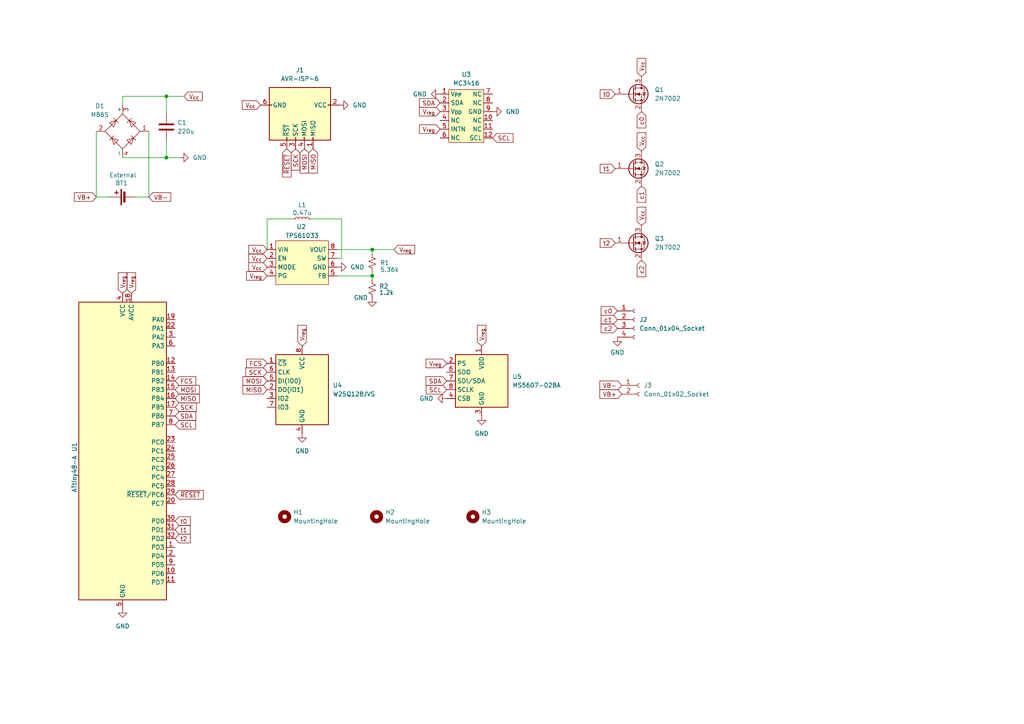
<source format=kicad_sch>
(kicad_sch (version 20231120) (generator "eeschema") (generator_version "8.0")
  (paper "A4")
  (title_block (title "Timer") (date "2024-04-16") (rev "0.0.2") (company "Mines Rocket Club") (comment 1 "William Layne"))
  (lib_symbols
    (symbol "Connector:AVR-ISP-6" (pin_names (offset 1.016))
      (property "Reference" "J" (at -6.35 11.43 0))
      (property "Value" "AVR-ISP-6" (at 0 11.43 0))
      (symbol "AVR-ISP-6_0_1"
        (rectangle (start -2.667 -6.858) (end -2.413 -7.62))
        (rectangle (start -2.667 10.16) (end -2.413 9.398))
        (rectangle (start 7.62 -2.413) (end 6.858 -2.667))
        (rectangle (start 7.62 0.127) (end 6.858 -0.127))
        (rectangle (start 7.62 2.667) (end 6.858 2.413))
        (rectangle (start 7.62 5.207) (end 6.858 4.953))
        (rectangle (start 7.62 10.16) (end -7.62 -7.62) (stroke (width 0.254)) (fill (type background)))
      )
      (symbol "AVR-ISP-6_1_1"
        (pin passive line (at 10.16 5.08 180) (length 2.54) (name "MISO") (number "1"))
        (pin passive line (at -2.54 12.7 270) (length 2.54) (name "VCC") (number "2"))
        (pin passive line (at 10.16 0 180) (length 2.54) (name "SCK") (number "3"))
        (pin passive line (at 10.16 2.54 180) (length 2.54) (name "MOSI") (number "4"))
        (pin passive line (at 10.16 -2.54 180) (length 2.54) (name "~{RST}") (number "5"))
        (pin passive line (at -2.54 -10.16 90) (length 2.54) (name "GND") (number "6"))
      )
    )
    (symbol "Connector:Conn_01x02_Socket" (pin_names (offset 1.016) hide)
      (property "Reference" "J" (at 0 2.54 0))
      (property "Value" "Conn_01x02_Socket" (at 0 -5.08 0))
      (symbol "Conn_01x02_Socket_1_1"
        (arc (start 0 -2.032) (mid -0.5058 -2.54) (end 0 -3.048) (stroke (width 0.1524)))
        (polyline (pts (xy -1.27 -2.54) (xy -0.508 -2.54)) (stroke (width 0.1524)))
        (polyline (pts (xy -1.27 0) (xy -0.508 0)) (stroke (width 0.1524)))
        (arc (start 0 0.508) (mid -0.5058 0) (end 0 -0.508) (stroke (width 0.1524)))
        (pin passive line (at -5.08 0 0) (length 3.81) (name "Pin_1") (number "1"))
        (pin passive line (at -5.08 -2.54 0) (length 3.81) (name "Pin_2") (number "2"))
      )
    )
    (symbol "Connector:Conn_01x04_Socket" (pin_names (offset 1.016) hide)
      (property "Reference" "J" (at 0 5.08 0))
      (property "Value" "Conn_01x04_Socket" (at 0 -7.62 0))
      (symbol "Conn_01x04_Socket_1_1"
        (arc (start 0 -4.572) (mid -0.5058 -5.08) (end 0 -5.588) (stroke (width 0.1524)))
        (arc (start 0 -2.032) (mid -0.5058 -2.54) (end 0 -3.048) (stroke (width 0.1524)))
        (polyline (pts (xy -1.27 -5.08) (xy -0.508 -5.08)) (stroke (width 0.1524)))
        (polyline (pts (xy -1.27 -2.54) (xy -0.508 -2.54)) (stroke (width 0.1524)))
        (polyline (pts (xy -1.27 0) (xy -0.508 0)) (stroke (width 0.1524)))
        (polyline (pts (xy -1.27 2.54) (xy -0.508 2.54)) (stroke (width 0.1524)))
        (arc (start 0 0.508) (mid -0.5058 0) (end 0 -0.508) (stroke (width 0.1524)))
        (arc (start 0 3.048) (mid -0.5058 2.54) (end 0 2.032) (stroke (width 0.1524)))
        (pin passive line (at -5.08 2.54 0) (length 3.81) (name "Pin_1") (number "1"))
        (pin passive line (at -5.08 0 0) (length 3.81) (name "Pin_2") (number "2"))
        (pin passive line (at -5.08 -2.54 0) (length 3.81) (name "Pin_3") (number "3"))
        (pin passive line (at -5.08 -5.08 0) (length 3.81) (name "Pin_4") (number "4"))
      )
    )
    (symbol "Device:Battery_Cell" (pin_numbers hide) (pin_names (offset 0) hide)
      (property "Reference" "BT" (at 2.54 2.54 0))
      (property "Value" "Battery_Cell" (at 2.54 0 0))
      (symbol "Battery_Cell_0_1"
        (rectangle (start -2.286 1.778) (end 2.286 1.524) (fill (type outline)))
        (rectangle (start -1.524 1.016) (end 1.524 0.508) (fill (type outline)))
        (polyline (pts (xy 0 0.762) (xy 0 0)))
        (polyline (pts (xy 0 1.778) (xy 0 2.54)))
        (polyline (pts (xy 0.762 3.048) (xy 1.778 3.048)) (stroke (width 0.254)))
        (polyline (pts (xy 1.27 3.556) (xy 1.27 2.54)) (stroke (width 0.254)))
      )
      (symbol "Battery_Cell_1_1"
        (pin passive line (at 0 5.08 270) (length 2.54) (name "+") (number "1"))
        (pin passive line (at 0 -2.54 90) (length 2.54) (name "-") (number "2"))
      )
    )
    (symbol "Device:C" (pin_numbers hide) (pin_names (offset 0.254))
      (property "Reference" "C" (at 0.635 2.54 0))
      (property "Value" "C" (at 0.635 -2.54 0))
      (symbol "C_0_1"
        (polyline (pts (xy -2.032 -0.762) (xy 2.032 -0.762)) (stroke (width 0.508)))
        (polyline (pts (xy -2.032 0.762) (xy 2.032 0.762)) (stroke (width 0.508)))
      )
      (symbol "C_1_1"
        (pin passive line (at 0 3.81 270) (length 2.794) (name "~") (number "1"))
        (pin passive line (at 0 -3.81 90) (length 2.794) (name "~") (number "2"))
      )
    )
    (symbol "Device:L_Small" (pin_numbers hide) (pin_names (offset 0.254) hide)
      (property "Reference" "L" (at 0.762 1.016 0))
      (property "Value" "L_Small" (at 0.762 -1.016 0))
      (symbol "L_Small_0_1"
        (arc (start 0 -2.032) (mid 0.5058 -1.524) (end 0 -1.016))
        (arc (start 0 -1.016) (mid 0.5058 -0.508) (end 0 0))
        (arc (start 0 0) (mid 0.5058 0.508) (end 0 1.016))
        (arc (start 0 1.016) (mid 0.5058 1.524) (end 0 2.032))
      )
      (symbol "L_Small_1_1"
        (pin passive line (at 0 2.54 270) (length 0.508) (name "~") (number "1"))
        (pin passive line (at 0 -2.54 90) (length 0.508) (name "~") (number "2"))
      )
    )
    (symbol "Device:R_Small_US" (pin_numbers hide) (pin_names (offset 0.254) hide)
      (property "Reference" "R" (at 0.762 0.508 0))
      (property "Value" "R_Small_US" (at 0.762 -1.016 0))
      (symbol "R_Small_US_1_1"
        (polyline (pts (xy 0 0) (xy 1.016 -0.381) (xy 0 -0.762) (xy -1.016 -1.143) (xy 0 -1.524)))
        (polyline (pts (xy 0 1.524) (xy 1.016 1.143) (xy 0 0.762) (xy -1.016 0.381) (xy 0 0)))
        (pin passive line (at 0 2.54 270) (length 1.016) (name "~") (number "1"))
        (pin passive line (at 0 -2.54 90) (length 1.016) (name "~") (number "2"))
      )
    )
    (symbol "Diode_Bridge:MB6S" (pin_names (offset 0))
      (property "Reference" "D" (at 2.54 6.985 0))
      (property "Value" "MB6S" (at 2.54 5.08 0))
      (symbol "MB6S_0_1"
        (polyline (pts (xy -2.54 3.81) (xy -1.27 2.54)))
        (polyline (pts (xy -1.27 -2.54) (xy -2.54 -3.81)))
        (polyline (pts (xy 2.54 -1.27) (xy 3.81 -2.54)))
        (polyline (pts (xy 2.54 1.27) (xy 3.81 2.54)))
        (polyline (pts (xy -3.81 2.54) (xy -2.54 1.27) (xy -1.905 3.175) (xy -3.81 2.54)))
        (polyline (pts (xy -2.54 -1.27) (xy -3.81 -2.54) (xy -1.905 -3.175) (xy -2.54 -1.27)))
        (polyline (pts (xy 1.27 2.54) (xy 2.54 3.81) (xy 3.175 1.905) (xy 1.27 2.54)))
        (polyline (pts (xy 3.175 -1.905) (xy 1.27 -2.54) (xy 2.54 -3.81) (xy 3.175 -1.905)))
        (polyline (pts (xy -5.08 0) (xy 0 -5.08) (xy 5.08 0) (xy 0 5.08) (xy -5.08 0)))
      )
      (symbol "MB6S_1_1"
        (pin passive line (at 0 -7.62 90) (length 2.54) (name "~") (number "1"))
        (pin passive line (at 0 7.62 270) (length 2.54) (name "~") (number "2"))
        (pin passive line (at 7.62 0 180) (length 2.54) (name "+") (number "3"))
        (pin passive line (at -7.62 0 0) (length 2.54) (name "-") (number "4"))
      )
    )
    (symbol "GND_1" (power) (pin_numbers hide) (pin_names (offset 0) hide)
      (property "Value" "GND" (at 0 -3.81 0))
      (symbol "GND_1_0_1"
        (polyline (pts (xy 0 0) (xy 0 -1.27) (xy 1.27 -1.27) (xy 0 -2.54) (xy -1.27 -1.27) (xy 0 -1.27)))
      )
      (symbol "GND_1_1_1"
        (pin power_in line (at 0 0 270) (length 0) (name "~") (number "1"))
      )
    )
    (symbol "MCU_Microchip_ATtiny:ATtiny48-A"
      (property "Reference" "U" (at -12.7 44.45 0))
      (property "Value" "ATtiny48-A" (at 2.54 -44.45 0))
      (symbol "ATtiny48-A_0_1"
        (rectangle (start -12.7 -43.18) (end 12.7 43.18) (stroke (width 0.254)) (fill (type background)))
      )
      (symbol "ATtiny48-A_1_1"
        (pin bidirectional line (at 15.24 -27.94 180) (length 2.54) (name "PD3") (number "1"))
        (pin bidirectional line (at 15.24 -35.56 180) (length 2.54) (name "PD6") (number "10"))
        (pin bidirectional line (at 15.24 -38.1 180) (length 2.54) (name "PD7") (number "11"))
        (pin bidirectional line (at 15.24 25.4 180) (length 2.54) (name "PB0") (number "12"))
        (pin bidirectional line (at 15.24 22.86 180) (length 2.54) (name "PB1") (number "13"))
        (pin bidirectional line (at 15.24 20.32 180) (length 2.54) (name "PB2") (number "14"))
        (pin bidirectional line (at 15.24 17.78 180) (length 2.54) (name "PB3") (number "15"))
        (pin bidirectional line (at 15.24 15.24 180) (length 2.54) (name "PB4") (number "16"))
        (pin bidirectional line (at 15.24 12.7 180) (length 2.54) (name "PB5") (number "17"))
        (pin power_in line (at 2.54 45.72 270) (length 2.54) (name "AVCC") (number "18"))
        (pin bidirectional line (at 15.24 38.1 180) (length 2.54) (name "PA0") (number "19"))
        (pin bidirectional line (at 15.24 -30.48 180) (length 2.54) (name "PD4") (number "2"))
        (pin bidirectional line (at 15.24 -15.24 180) (length 2.54) (name "PC7") (number "20"))
        (pin passive line (at 0 -45.72 90) (length 2.54) hide (name "GND") (number "21"))
        (pin bidirectional line (at 15.24 35.56 180) (length 2.54) (name "PA1") (number "22"))
        (pin bidirectional line (at 15.24 2.54 180) (length 2.54) (name "PC0") (number "23"))
        (pin bidirectional line (at 15.24 0 180) (length 2.54) (name "PC1") (number "24"))
        (pin bidirectional line (at 15.24 -2.54 180) (length 2.54) (name "PC2") (number "25"))
        (pin bidirectional line (at 15.24 -5.08 180) (length 2.54) (name "PC3") (number "26"))
        (pin bidirectional line (at 15.24 -7.62 180) (length 2.54) (name "PC4") (number "27"))
        (pin bidirectional line (at 15.24 -10.16 180) (length 2.54) (name "PC5") (number "28"))
        (pin bidirectional line (at 15.24 -12.7 180) (length 2.54) (name "~{RESET}/PC6") (number "29"))
        (pin bidirectional line (at 15.24 33.02 180) (length 2.54) (name "PA2") (number "3"))
        (pin bidirectional line (at 15.24 -20.32 180) (length 2.54) (name "PD0") (number "30"))
        (pin bidirectional line (at 15.24 -22.86 180) (length 2.54) (name "PD1") (number "31"))
        (pin bidirectional line (at 15.24 -25.4 180) (length 2.54) (name "PD2") (number "32"))
        (pin power_in line (at 0 45.72 270) (length 2.54) (name "VCC") (number "4"))
        (pin power_in line (at 0 -45.72 90) (length 2.54) (name "GND") (number "5"))
        (pin bidirectional line (at 15.24 30.48 180) (length 2.54) (name "PA3") (number "6"))
        (pin bidirectional line (at 15.24 10.16 180) (length 2.54) (name "PB6") (number "7"))
        (pin bidirectional line (at 15.24 7.62 180) (length 2.54) (name "PB7") (number "8"))
        (pin bidirectional line (at 15.24 -33.02 180) (length 2.54) (name "PD5") (number "9"))
      )
    )
    (symbol "Mechanical:MountingHole" (pin_names (offset 1.016)) (exclude_from_sim yes) (in_bom no)
      (property "Reference" "H" (at 0 5.08 0))
      (property "Value" "MountingHole" (at 0 3.175 0))
      (symbol "MountingHole_0_1"
        (circle (center 0 0) (radius 1.27) (stroke (width 1.27)))
      )
    )
    (symbol "Memory_Flash:W25Q128JVS"
      (property "Reference" "U" (at -8.89 8.89 0))
      (property "Value" "W25Q128JVS" (at 7.62 8.89 0))
      (symbol "W25Q128JVS_0_1"
        (rectangle (start -7.62 10.16) (end 7.62 -10.16) (stroke (width 0.254)) (fill (type background)))
      )
      (symbol "W25Q128JVS_1_1"
        (pin input line (at -10.16 7.62 0) (length 2.54) (name "~{CS}") (number "1"))
        (pin bidirectional line (at -10.16 0 0) (length 2.54) (name "DO(IO1)") (number "2"))
        (pin bidirectional line (at -10.16 -2.54 0) (length 2.54) (name "IO2") (number "3"))
        (pin power_in line (at 0 -12.7 90) (length 2.54) (name "GND") (number "4"))
        (pin bidirectional line (at -10.16 2.54 0) (length 2.54) (name "DI(IO0)") (number "5"))
        (pin input line (at -10.16 5.08 0) (length 2.54) (name "CLK") (number "6"))
        (pin bidirectional line (at -10.16 -5.08 0) (length 2.54) (name "IO3") (number "7"))
        (pin power_in line (at 0 12.7 270) (length 2.54) (name "VCC") (number "8"))
      )
    )
    (symbol "Sensor_Pressure:MS5607-02BA"
      (property "Reference" "U" (at -6.35 8.89 0))
      (property "Value" "MS5607-02BA" (at 7.62 8.89 0))
      (symbol "MS5607-02BA_0_1"
        (rectangle (start -7.62 7.62) (end 7.62 -7.62) (stroke (width 0.254)) (fill (type background)))
      )
      (symbol "MS5607-02BA_1_1"
        (pin power_in line (at 0 10.16 270) (length 2.54) (name "VDD") (number "1"))
        (pin input line (at -10.16 5.08 0) (length 2.54) (name "PS") (number "2"))
        (pin power_in line (at 0 -10.16 90) (length 2.54) (name "GND") (number "3"))
        (pin input line (at -10.16 -5.08 0) (length 2.54) (name "CSB") (number "4"))
        (pin input line (at -10.16 -5.08 0) (length 2.54) hide (name "CSB") (number "5"))
        (pin output line (at -10.16 2.54 0) (length 2.54) (name "SDO") (number "6"))
        (pin bidirectional line (at -10.16 0 0) (length 2.54) (name "SDI/SDA") (number "7"))
        (pin input line (at -10.16 -2.54 0) (length 2.54) (name "SCLK") (number "8"))
      )
    )
    (symbol "Transistor_FET:2N7002" (pin_names hide)
      (property "Reference" "Q" (at 5.08 1.905 0))
      (property "Value" "2N7002" (at 5.08 0 0))
      (symbol "2N7002_0_1"
        (polyline (pts (xy 0.254 0) (xy -2.54 0)))
        (polyline (pts (xy 0.254 1.905) (xy 0.254 -1.905)) (stroke (width 0.254)))
        (polyline (pts (xy 0.762 -1.27) (xy 0.762 -2.286)) (stroke (width 0.254)))
        (polyline (pts (xy 0.762 0.508) (xy 0.762 -0.508)) (stroke (width 0.254)))
        (polyline (pts (xy 0.762 2.286) (xy 0.762 1.27)) (stroke (width 0.254)))
        (polyline (pts (xy 2.54 2.54) (xy 2.54 1.778)))
        (polyline (pts (xy 2.54 -2.54) (xy 2.54 0) (xy 0.762 0)))
        (polyline (pts (xy 0.762 -1.778) (xy 3.302 -1.778) (xy 3.302 1.778) (xy 0.762 1.778)))
        (polyline (pts (xy 1.016 0) (xy 2.032 0.381) (xy 2.032 -0.381) (xy 1.016 0)) (fill (type outline)))
        (polyline (pts (xy 2.794 0.508) (xy 2.921 0.381) (xy 3.683 0.381) (xy 3.81 0.254)))
        (polyline (pts (xy 3.302 0.381) (xy 2.921 -0.254) (xy 3.683 -0.254) (xy 3.302 0.381)))
        (circle (center 1.651 0) (radius 2.794) (stroke (width 0.254)))
        (circle (center 2.54 -1.778) (radius 0.254) (fill (type outline)))
        (circle (center 2.54 1.778) (radius 0.254) (fill (type outline)))
      )
      (symbol "2N7002_1_1"
        (pin input line (at -5.08 0 0) (length 2.54) (name "G") (number "1"))
        (pin passive line (at 2.54 -5.08 90) (length 2.54) (name "S") (number "2"))
        (pin passive line (at 2.54 5.08 270) (length 2.54) (name "D") (number "3"))
      )
    )
    (symbol "globals:MC3416"
      (property "Reference" "U" (at 0 12.7 0))
      (property "Value" "MC3416" (at 0 10.16 0))
      (symbol "MC3416_1_1"
        (rectangle (start -5.08 8.89) (end 5.08 -6.35) (fill (type background)))
        (pin input line (at -7.62 7.62 0) (length 2.54) (name "V_{PP}") (number "1"))
        (pin input line (at 7.62 0 180) (length 2.54) (name "NC") (number "10"))
        (pin input line (at 7.62 -2.54 180) (length 2.54) (name "NC") (number "11"))
        (pin input line (at 7.62 -5.08 180) (length 2.54) (name "SCL") (number "12"))
        (pin input line (at -7.62 5.08 0) (length 2.54) (name "SDA") (number "2"))
        (pin input line (at -7.62 2.54 0) (length 2.54) (name "V_{DD}") (number "3"))
        (pin input line (at -7.62 0 0) (length 2.54) (name "NC") (number "4"))
        (pin input line (at -7.62 -2.54 0) (length 2.54) (name "INTN") (number "5"))
        (pin input line (at -7.62 -5.08 0) (length 2.54) (name "NC") (number "6"))
        (pin input line (at 7.62 7.62 180) (length 2.54) (name "NC") (number "7"))
        (pin input line (at 7.62 5.08 180) (length 2.54) (name "NC") (number "8"))
        (pin input line (at 7.62 2.54 180) (length 2.54) (name "GND") (number "9"))
      )
    )
    (symbol "globals:TPS61033"
      (property "Reference" "U2" (at -0.254 11.684 0))
      (property "Value" "TPS61033" (at 0 9.144 0))
      (symbol "TPS61033_1_1"
        (rectangle (start -7.62 7.62) (end 7.62 -5.08) (fill (type background)))
        (pin input line (at -10.16 5.08 0) (length 2.54) (name "VIN") (number "1"))
        (pin input line (at -10.16 2.54 0) (length 2.54) (name "EN") (number "2"))
        (pin input line (at -10.16 0 0) (length 2.54) (name "MODE") (number "3"))
        (pin input line (at -10.16 -2.54 0) (length 2.54) (name "PG") (number "4"))
        (pin input line (at 10.16 -2.54 180) (length 2.54) (name "FB") (number "5"))
        (pin input line (at 10.16 0 180) (length 2.54) (name "GND") (number "6"))
        (pin input line (at 10.16 2.54 180) (length 2.54) (name "SW") (number "7"))
        (pin input line (at 10.16 5.08 180) (length 2.54) (name "VOUT") (number "8"))
      )
    )
    (symbol "power:GND" (power) (pin_names (offset 0))
      (property "Value" "GND" (at 0 -3.81 0))
      (symbol "GND_0_1"
        (polyline (pts (xy 0 0) (xy 0 -1.27) (xy 1.27 -1.27) (xy 0 -2.54) (xy -1.27 -1.27) (xy 0 -1.27)))
      )
      (symbol "GND_1_1"
        (pin power_in line (at 0 0 270) (length 0) hide (name "GND") (number "1"))
      )
    )
  )
  (junction (at 107.95 72.39))
  (junction (at 48.26 45.72))
  (junction (at 48.26 27.94))
  (junction (at 107.95 80.01))
  (wire (pts (xy 97.79 72.39) (xy 107.95 72.39)))
  (wire (pts (xy 48.26 40.64) (xy 48.26 45.72)))
  (wire (pts (xy 85.09 63.5) (xy 77.47 63.5)))
  (wire (pts (xy 99.06 74.93) (xy 99.06 63.5)))
  (wire (pts (xy 27.94 57.15) (xy 27.94 38.1)))
  (wire (pts (xy 97.79 80.01) (xy 107.95 80.01)))
  (wire (pts (xy 107.95 72.39) (xy 114.3 72.39)))
  (wire (pts (xy 35.56 45.72) (xy 48.26 45.72)))
  (wire (pts (xy 35.56 30.48) (xy 35.56 27.94)))
  (wire (pts (xy 48.26 27.94) (xy 53.34 27.94)))
  (wire (pts (xy 97.79 74.93) (xy 99.06 74.93)))
  (wire (pts (xy 39.37 57.15) (xy 43.18 57.15)))
  (wire (pts (xy 43.18 38.1) (xy 43.18 57.15)))
  (wire (pts (xy 107.95 81.28) (xy 107.95 80.01)))
  (wire (pts (xy 107.95 73.66) (xy 107.95 72.39)))
  (wire (pts (xy 48.26 45.72) (xy 52.07 45.72)))
  (wire (pts (xy 90.17 63.5) (xy 99.06 63.5)))
  (wire (pts (xy 31.75 57.15) (xy 27.94 57.15)))
  (wire (pts (xy 107.95 80.01) (xy 107.95 78.74)))
  (wire (pts (xy 35.56 27.94) (xy 48.26 27.94)))
  (wire (pts (xy 77.47 63.5) (xy 77.47 72.39)))
  (wire (pts (xy 48.26 27.94) (xy 48.26 33.02)))
  (global_label "V_{reg}" (shape input) (at 129.54 105.41 180) (property "Intersheetrefs" "${INTERSHEET_REFS}" (effects (hide yes))))
  (global_label "FCS" (shape input) (at 50.8 110.49 0) (property "Intersheetrefs" "${INTERSHEET_REFS}" (effects (hide yes))))
  (global_label "FCS" (shape input) (at 77.47 105.41 180) (property "Intersheetrefs" "${INTERSHEET_REFS}" (effects (hide yes))))
  (global_label "V_{cc}" (shape input) (at 186.055 22.225 90) (property "Intersheetrefs" "${INTERSHEET_REFS}" (effects (hide yes))))
  (global_label "t2" (shape input) (at 178.435 70.485 180) (property "Intersheetrefs" "${INTERSHEET_REFS}" (effects (hide yes))))
  (global_label "V_{reg}" (shape input) (at 114.3 72.39 0) (property "Intersheetrefs" "${INTERSHEET_REFS}" (effects (hide yes))))
  (global_label "V_{reg}" (shape input) (at 77.47 80.01 180) (property "Intersheetrefs" "${INTERSHEET_REFS}" (effects (hide yes))))
  (global_label "V_{cc}" (shape input) (at 186.055 43.815 90) (property "Intersheetrefs" "${INTERSHEET_REFS}" (effects (hide yes))))
  (global_label "V_{reg}" (shape input) (at 35.56 85.09 90) (property "Intersheetrefs" "${INTERSHEET_REFS}" (effects (hide yes))))
  (global_label "V_{cc}" (shape input) (at 77.47 77.47 180) (property "Intersheetrefs" "${INTERSHEET_REFS}" (effects (hide yes))))
  (global_label "MOSI" (shape input) (at 77.47 110.49 180) (property "Intersheetrefs" "${INTERSHEET_REFS}" (effects (hide yes))))
  (global_label "c1" (shape input) (at 179.07 92.71 180) (property "Intersheetrefs" "${INTERSHEET_REFS}" (effects (hide yes))))
  (global_label "SCL" (shape input) (at 129.54 113.03 180) (property "Intersheetrefs" "${INTERSHEET_REFS}" (effects (hide yes))))
  (global_label "t1" (shape input) (at 178.435 48.895 180) (property "Intersheetrefs" "${INTERSHEET_REFS}" (effects (hide yes))))
  (global_label "SCK" (shape input) (at 77.47 107.95 180) (property "Intersheetrefs" "${INTERSHEET_REFS}" (effects (hide yes))))
  (global_label "MISO" (shape input) (at 50.8 115.57 0) (property "Intersheetrefs" "${INTERSHEET_REFS}" (effects (hide yes))))
  (global_label "SDA" (shape input) (at 129.54 110.49 180) (property "Intersheetrefs" "${INTERSHEET_REFS}" (effects (hide yes))))
  (global_label "VB-" (shape input) (at 180.34 111.76 180) (property "Intersheetrefs" "${INTERSHEET_REFS}" (effects (hide yes))))
  (global_label "c1" (shape input) (at 186.055 53.975 270) (property "Intersheetrefs" "${INTERSHEET_REFS}" (effects (hide yes))))
  (global_label "VB+" (shape input) (at 27.94 57.15 180) (property "Intersheetrefs" "${INTERSHEET_REFS}" (effects (hide yes))))
  (global_label "t0" (shape input) (at 50.8 151.13 0) (property "Intersheetrefs" "${INTERSHEET_REFS}" (effects (hide yes))))
  (global_label "MISO" (shape input) (at 77.47 113.03 180) (property "Intersheetrefs" "${INTERSHEET_REFS}" (effects (hide yes))))
  (global_label "MOSI" (shape input) (at 50.8 113.03 0) (property "Intersheetrefs" "${INTERSHEET_REFS}" (effects (hide yes))))
  (global_label "V_{cc}" (shape input) (at 75.565 30.48 180) (property "Intersheetrefs" "${INTERSHEET_REFS}" (effects (hide yes))))
  (global_label "~{RESET}" (shape input) (at 83.185 43.18 270) (property "Intersheetrefs" "${INTERSHEET_REFS}" (effects (hide yes))))
  (global_label "V_{reg}" (shape input) (at 127.635 37.465 180) (property "Intersheetrefs" "${INTERSHEET_REFS}" (effects (hide yes))))
  (global_label "V_{cc}" (shape input) (at 77.47 72.39 180) (property "Intersheetrefs" "${INTERSHEET_REFS}" (effects (hide yes))))
  (global_label "MISO" (shape input) (at 90.805 43.18 270) (property "Intersheetrefs" "${INTERSHEET_REFS}" (effects (hide yes))))
  (global_label "V_{cc}" (shape input) (at 186.055 65.405 90) (property "Intersheetrefs" "${INTERSHEET_REFS}" (effects (hide yes))))
  (global_label "V_{cc}" (shape input) (at 77.47 74.93 180) (property "Intersheetrefs" "${INTERSHEET_REFS}" (effects (hide yes))))
  (global_label "SCL" (shape input) (at 142.875 40.005 0) (property "Intersheetrefs" "${INTERSHEET_REFS}" (effects (hide yes))))
  (global_label "SCK" (shape input) (at 50.8 118.11 0) (property "Intersheetrefs" "${INTERSHEET_REFS}" (effects (hide yes))))
  (global_label "V_{cc}" (shape input) (at 53.34 27.94 0) (property "Intersheetrefs" "${INTERSHEET_REFS}" (effects (hide yes))))
  (global_label "VB+" (shape input) (at 180.34 114.3 180) (property "Intersheetrefs" "${INTERSHEET_REFS}" (effects (hide yes))))
  (global_label "VB-" (shape input) (at 43.18 57.15 0) (property "Intersheetrefs" "${INTERSHEET_REFS}" (effects (hide yes))))
  (global_label "V_{reg}" (shape input) (at 38.1 85.09 90) (property "Intersheetrefs" "${INTERSHEET_REFS}" (effects (hide yes))))
  (global_label "V_{reg}" (shape input) (at 127.635 32.385 180) (property "Intersheetrefs" "${INTERSHEET_REFS}" (effects (hide yes))))
  (global_label "t1" (shape input) (at 50.8 153.67 0) (property "Intersheetrefs" "${INTERSHEET_REFS}" (effects (hide yes))))
  (global_label "MOSI" (shape input) (at 88.265 43.18 270) (property "Intersheetrefs" "${INTERSHEET_REFS}" (effects (hide yes))))
  (global_label "c2" (shape input) (at 179.07 95.25 180) (property "Intersheetrefs" "${INTERSHEET_REFS}" (effects (hide yes))))
  (global_label "SDA" (shape input) (at 50.8 120.65 0) (property "Intersheetrefs" "${INTERSHEET_REFS}" (effects (hide yes))))
  (global_label "t0" (shape input) (at 178.435 27.305 180) (property "Intersheetrefs" "${INTERSHEET_REFS}" (effects (hide yes))))
  (global_label "c0" (shape input) (at 186.055 32.385 270) (property "Intersheetrefs" "${INTERSHEET_REFS}" (effects (hide yes))))
  (global_label "SCK" (shape input) (at 85.725 43.18 270) (property "Intersheetrefs" "${INTERSHEET_REFS}" (effects (hide yes))))
  (global_label "t2" (shape input) (at 50.8 156.21 0) (property "Intersheetrefs" "${INTERSHEET_REFS}" (effects (hide yes))))
  (global_label "SCL" (shape input) (at 50.8 123.19 0) (property "Intersheetrefs" "${INTERSHEET_REFS}" (effects (hide yes))))
  (global_label "SDA" (shape input) (at 127.635 29.845 180) (property "Intersheetrefs" "${INTERSHEET_REFS}" (effects (hide yes))))
  (global_label "c2" (shape input) (at 186.055 75.565 270) (property "Intersheetrefs" "${INTERSHEET_REFS}" (effects (hide yes))))
  (global_label "V_{reg}" (shape input) (at 139.7 100.33 90) (property "Intersheetrefs" "${INTERSHEET_REFS}" (effects (hide yes))))
  (global_label "~{RESET}" (shape input) (at 50.8 143.51 0) (property "Intersheetrefs" "${INTERSHEET_REFS}" (effects (hide yes))))
  (global_label "c0" (shape input) (at 179.07 90.17 180) (property "Intersheetrefs" "${INTERSHEET_REFS}" (effects (hide yes))))
  (global_label "V_{reg}" (shape input) (at 87.63 100.33 90) (property "Intersheetrefs" "${INTERSHEET_REFS}" (effects (hide yes))))
  (symbol (lib_id "globals:MC3416") (at 135.255 34.925 0) (unit 1)
    (property "Reference" "U3" (at 135.255 21.59 0))
    (property "Value" "MC3416" (at 135.255 24.13 0))
    (property "Footprint" "Package_LGA:Kionix_LGA-12_2x2mm_P0.5mm_LayoutBorder2x4y" (effects (hide yes)))
    (property "DKPN" "3502-MC3416CT-ND" (effects (hide yes)))
  )
  (symbol (lib_id "Transistor_FET:2N7002") (at 183.515 27.305 0) (unit 1)
    (property "Reference" "Q1" (at 189.865 26.035 0) (effects (justify left)))
    (property "Value" "2N7002" (at 189.865 28.575 0) (effects (justify left)))
    (property "Footprint" "Package_TO_SOT_SMD:SOT-23" (effects (hide yes)))
    (property "Datasheet" "https://www.onsemi.com/pub/Collateral/NDS7002A-D.PDF" (effects (hide yes)))
    (property "DKPN" "2N7002NCT-ND" (effects (hide yes)))
  )
  (symbol (lib_id "power:GND") (at 98.425 30.48 90) (unit 1)
    (property "Reference" "#PWR04" (effects (hide yes)))
    (property "Value" "GND" (at 102.235 30.48 90) (effects (justify right)))
  )
  (symbol (lib_id "Connector:AVR-ISP-6") (at 85.725 33.02 270) (unit 1)
    (property "Reference" "J1" (at 86.995 20.32 90))
    (property "Value" "AVR-ISP-6" (at 86.995 22.86 90))
    (property "Footprint" "Connector_PinHeader_1.27mm:PinHeader_2x03_P1.27mm_Vertical" (effects (hide yes)))
    (property "Datasheet" " ~" (effects (hide yes)))
  )
  (symbol (lib_id "Connector:Conn_01x04_Socket") (at 184.15 92.71 0) (unit 1)
    (property "Reference" "J2" (at 185.42 92.7099 0) (effects (justify left)))
    (property "Value" "Conn_01x04_Socket" (at 185.42 95.2499 0) (effects (justify left)))
    (property "Footprint" "locals:TE_1-2834019-4" (effects (hide yes)))
    (property "Description" "Generic connector, single row, 01x04, script generated" (effects (hide yes)))
  )
  (symbol (lib_id "MCU_Microchip_ATtiny:ATtiny48-A") (at 35.56 130.81 0) (unit 1)
    (property "Reference" "U1" (at 21.59 128.27 90) (effects (justify right)))
    (property "Value" "ATtiny48-A" (at 21.59 132.08 90) (effects (justify right)))
    (property "Footprint" "Package_QFP:TQFP-32_7x7mm_P0.8mm" (effects (hide yes)))
    (property "Datasheet" "http://ww1.microchip.com/downloads/en/DeviceDoc/doc8008.pdf" (effects (hide yes)))
    (property "DKPN" "ATTINY48-AURCT-ND" (effects (hide yes)))
  )
  (symbol (lib_id "power:GND") (at 97.79 77.47 90) (unit 1)
    (property "Reference" "#PWR05" (effects (hide yes)))
    (property "Value" "GND" (at 101.6 77.47 90) (effects (justify right)))
  )
  (symbol (lib_id "Mechanical:MountingHole") (at 109.22 149.86 0) (unit 1) (exclude_from_sim yes) (in_bom no)
    (property "Reference" "H2" (at 111.76 148.5899 0) (effects (justify left)))
    (property "Value" "MountingHole" (at 111.76 151.1299 0) (effects (justify left)))
    (property "Footprint" "MountingHole:MountingHole_3.2mm_M3" (effects (hide yes)))
    (property "Description" "Mounting Hole without connection" (effects (hide yes)))
  )
  (symbol (lib_id "Device:R_Small_US") (at 107.95 83.82 0) (unit 1)
    (property "Reference" "R2" (at 109.982 83.058 0) (effects (justify left)))
    (property "Value" "1.2k" (at 109.982 84.836 0) (effects (justify left)))
    (property "Footprint" "Resistor_SMD:R_0603_1608Metric" (effects (hide yes)))
    (property "Description" "Resistor, small US symbol" (effects (hide yes)))
    (property "DKPN" "RN73R1JTTD1201F10" (effects (hide yes)))
  )
  (symbol (lib_id "power:GND") (at 87.63 125.73 0) (unit 1)
    (property "Reference" "#PWR08" (effects (hide yes)))
    (property "Value" "GND" (at 87.63 130.81 0))
  )
  (symbol (lib_id "Connector:Conn_01x02_Socket") (at 185.42 111.76 0) (unit 1)
    (property "Reference" "J3" (at 186.69 111.7599 0) (effects (justify left)))
    (property "Value" "Conn_01x02_Socket" (at 186.69 114.2999 0) (effects (justify left)))
    (property "Footprint" "Connector_PinSocket_2.00mm:PinSocket_1x02_P2.00mm_Vertical" (effects (hide yes)))
    (property "Description" "Generic connector, single row, 01x02, script generated" (effects (hide yes)))
  )
  (symbol (lib_id "Device:C") (at 48.26 36.83 0) (unit 1)
    (property "Reference" "C1" (at 51.435 35.56 0) (effects (justify left)))
    (property "Value" "220u" (at 51.435 38.1 0) (effects (justify left)))
    (property "Footprint" "Capacitor_THT:CP_Radial_D5.0mm_P2.00mm" (effects (hide yes)))
  )
  (symbol (lib_name "GND_1") (lib_id "power:GND") (at 139.7 120.65 0) (unit 1)
    (property "Reference" "#PWR09" (effects (hide yes)))
    (property "Value" "GND" (at 139.7 125.73 0))
    (property "Description" "Power symbol creates a global label with name \"GND\" , ground" (effects (hide yes)))
  )
  (symbol (lib_id "globals:TPS61033") (at 87.63 77.47 0) (unit 1)
    (property "Reference" "U2" (at 87.376 65.786 0))
    (property "Value" "TPS61033" (at 87.63 68.326 0))
    (property "Footprint" "Package_TO_SOT_SMD:SOT-583-8" (effects (hide yes)))
    (property "DKPN" "296-TPS610333DRLRCT-ND" (effects (hide yes)))
  )
  (symbol (lib_id "Memory_Flash:W25Q128JVS") (at 87.63 113.03 0) (unit 1)
    (property "Reference" "U4" (at 96.52 111.7599 0) (effects (justify left)))
    (property "Value" "W25Q128JVS" (at 96.52 114.2999 0) (effects (justify left)))
    (property "Footprint" "Package_SO:SOIC-8_5.23x5.23mm_P1.27mm" (effects (hide yes)))
    (property "Datasheet" "http://www.winbond.com/resource-files/w25q128jv_dtr%20revc%2003272018%20plus.pdf" (effects (hide yes)))
    (property "Description" "128Mb Serial Flash Memory, Standard/Dual/Quad SPI, SOIC-8" (effects (hide yes)))
  )
  (symbol (lib_id "Diode_Bridge:MB6S") (at 35.56 38.1 90) (unit 1)
    (property "Reference" "D1" (at 28.956 30.734 90))
    (property "Value" "MB6S" (at 28.956 33.274 90))
    (property "Footprint" "Package_TO_SOT_SMD:TO-269AA" (effects (hide yes)))
    (property "Datasheet" "http://www.vishay.com/docs/88573/dfs.pdf" (effects (hide yes)))
    (property "Description" "Miniature Glass Passivated Single-Phase Surface Mount Bridge Rectifiers, 700V Vrms, 1.0A If, DFS SMD package" (effects (hide yes)))
  )
  (symbol (lib_name "GND_1") (lib_id "power:GND") (at 129.54 115.57 270) (unit 1)
    (property "Reference" "#PWR013" (effects (hide yes)))
    (property "Value" "GND" (at 125.73 115.5699 90) (effects (justify right)))
    (property "Description" "Power symbol creates a global label with name \"GND\" , ground" (effects (hide yes)))
  )
  (symbol (lib_id "Transistor_FET:2N7002") (at 183.515 48.895 0) (unit 1)
    (property "Reference" "Q2" (at 189.865 47.625 0) (effects (justify left)))
    (property "Value" "2N7002" (at 189.865 50.165 0) (effects (justify left)))
    (property "Footprint" "Package_TO_SOT_SMD:SOT-23" (effects (hide yes)))
    (property "Datasheet" "https://www.onsemi.com/pub/Collateral/NDS7002A-D.PDF" (effects (hide yes)))
    (property "DKPN" "2N7002NCT-ND" (effects (hide yes)))
  )
  (symbol (lib_id "power:GND") (at 179.07 97.79 0) (unit 1)
    (property "Reference" "#PWR03" (effects (hide yes)))
    (property "Value" "GND" (at 179.07 102.235 0))
  )
  (symbol (lib_id "Mechanical:MountingHole") (at 82.55 149.86 0) (unit 1) (exclude_from_sim yes) (in_bom no)
    (property "Reference" "H1" (at 85.09 148.5899 0) (effects (justify left)))
    (property "Value" "MountingHole" (at 85.09 151.1299 0) (effects (justify left)))
    (property "Footprint" "MountingHole:MountingHole_3.2mm_M3" (effects (hide yes)))
    (property "Description" "Mounting Hole without connection" (effects (hide yes)))
  )
  (symbol (lib_id "Device:Battery_Cell") (at 36.83 57.15 90) (unit 1)
    (property "Reference" "BT1" (at 37.084 53.086 90) (effects (justify left)))
    (property "Value" "External" (at 39.624 50.8 90) (effects (justify left)))
    (property "Footprint" "locals:TE Right Angle JST" (effects (hide yes)))
    (property "DKPN" "A100080CT-ND" (effects (hide yes)))
  )
  (symbol (lib_id "Transistor_FET:2N7002") (at 183.515 70.485 0) (unit 1)
    (property "Reference" "Q3" (at 189.865 69.215 0) (effects (justify left)))
    (property "Value" "2N7002" (at 189.865 71.755 0) (effects (justify left)))
    (property "Footprint" "Package_TO_SOT_SMD:SOT-23" (effects (hide yes)))
    (property "Datasheet" "https://www.onsemi.com/pub/Collateral/NDS7002A-D.PDF" (effects (hide yes)))
    (property "DKPN" "2N7002NCT-ND" (effects (hide yes)))
  )
  (symbol (lib_id "power:GND") (at 142.875 32.385 90) (unit 1)
    (property "Reference" "#PWR06" (effects (hide yes)))
    (property "Value" "GND" (at 146.685 32.385 90) (effects (justify right)))
  )
  (symbol (lib_id "power:GND") (at 107.95 86.36 0) (unit 1)
    (property "Reference" "#PWR010" (effects (hide yes)))
    (property "Value" "GND" (at 104.648 86.36 0))
  )
  (symbol (lib_id "Device:R_Small_US") (at 107.95 76.2 0) (unit 1)
    (property "Reference" "R1" (at 110.236 76.2 0) (effects (justify left)))
    (property "Value" "5.36k" (at 110.236 78.232 0) (effects (justify left)))
    (property "Footprint" "Resistor_SMD:R_0603_1608Metric" (effects (hide yes)))
    (property "Description" "Resistor, small US symbol" (effects (hide yes)))
    (property "DKPN" "RN73H1JTTD5361F10" (effects (hide yes)))
  )
  (symbol (lib_id "power:GND") (at 35.56 176.53 0) (unit 1)
    (property "Reference" "#PWR02" (effects (hide yes)))
    (property "Value" "GND" (at 35.56 181.61 0))
  )
  (symbol (lib_id "power:GND") (at 52.07 45.72 90) (unit 1)
    (property "Reference" "#PWR01" (effects (hide yes)))
    (property "Value" "GND" (at 55.88 45.72 90) (effects (justify right)))
  )
  (symbol (lib_id "Mechanical:MountingHole") (at 137.16 149.86 0) (unit 1) (exclude_from_sim yes) (in_bom no)
    (property "Reference" "H3" (at 139.7 148.5899 0) (effects (justify left)))
    (property "Value" "MountingHole" (at 139.7 151.1299 0) (effects (justify left)))
    (property "Footprint" "MountingHole:MountingHole_3.2mm_M3" (effects (hide yes)))
    (property "Description" "Mounting Hole without connection" (effects (hide yes)))
  )
  (symbol (lib_id "Sensor_Pressure:MS5607-02BA") (at 139.7 110.49 0) (unit 1)
    (property "Reference" "U5" (at 148.59 109.2199 0) (effects (justify left)))
    (property "Value" "MS5607-02BA" (at 148.59 111.7599 0) (effects (justify left)))
    (property "Footprint" "Package_LGA:LGA-8_3x5mm_P1.25mm" (effects (hide yes)))
    (property "Datasheet" "https://www.te.com/commerce/DocumentDelivery/DDEController?Action=showdoc&DocId=Data+Sheet%7FMS5607-02BA03%7FB2%7Fpdf%7FEnglish%7FENG_DS_MS5607-02BA03_B2.pdf%7FCAT-BLPS0035" (effects (hide yes)))
    (property "Description" "Barometric pressure sensor, 20cm resolution, 10 to 1200 mbar, I2C and SPI interface up to 20MHz, LGA-8" (effects (hide yes)))
  )
  (symbol (lib_id "Device:L_Small") (at 87.63 63.5 270) (mirror x) (unit 1)
    (property "Reference" "L1" (at 87.63 59.436 90))
    (property "Value" "0.47u" (at 87.63 61.722 90))
    (property "Footprint" "Inductor_SMD:L_0603_1608Metric" (effects (hide yes)))
    (property "DKPN" "490-LQM18DN470M70LCT-ND" (effects (hide yes)))
  )
  (symbol (lib_id "power:GND") (at 127.635 27.305 270) (unit 1)
    (property "Reference" "#PWR07" (effects (hide yes)))
    (property "Value" "GND" (at 123.825 27.305 90) (effects (justify right)))
  )
)
</source>
